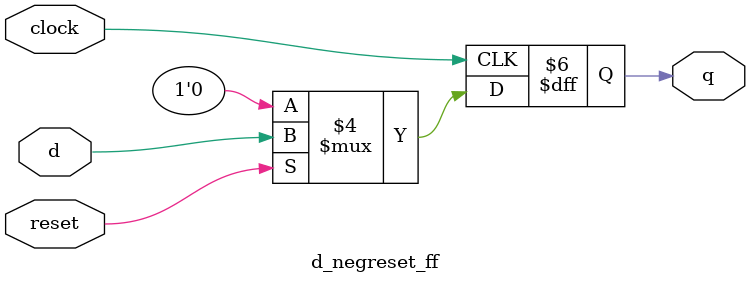
<source format=v>
module  d_negreset_ff ( input d, input clock,input reset, output reg q);
  always @(posedge clock)
  begin
    if(!reset) 
      
q=1'b0;
  
else
    
  q=d;
 
 end

endmodule
</source>
